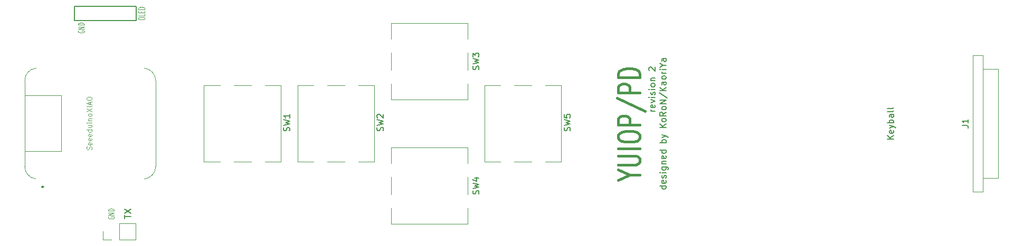
<source format=gbr>
%TF.GenerationSoftware,KiCad,Pcbnew,(6.0.1)*%
%TF.CreationDate,2023-01-24T13:05:26+09:00*%
%TF.ProjectId,yuiopPD_r2,7975696f-7050-4445-9f72-322e6b696361,2*%
%TF.SameCoordinates,Original*%
%TF.FileFunction,Legend,Top*%
%TF.FilePolarity,Positive*%
%FSLAX46Y46*%
G04 Gerber Fmt 4.6, Leading zero omitted, Abs format (unit mm)*
G04 Created by KiCad (PCBNEW (6.0.1)) date 2023-01-24 13:05:26*
%MOMM*%
%LPD*%
G01*
G04 APERTURE LIST*
%ADD10C,0.150000*%
%ADD11C,0.400000*%
%ADD12C,0.100000*%
%ADD13C,0.120000*%
%ADD14C,0.254000*%
G04 APERTURE END LIST*
D10*
X172952380Y-110023809D02*
X171952380Y-110023809D01*
X172904761Y-110023809D02*
X172952380Y-110119047D01*
X172952380Y-110309523D01*
X172904761Y-110404761D01*
X172857142Y-110452380D01*
X172761904Y-110500000D01*
X172476190Y-110500000D01*
X172380952Y-110452380D01*
X172333333Y-110404761D01*
X172285714Y-110309523D01*
X172285714Y-110119047D01*
X172333333Y-110023809D01*
X172904761Y-109166666D02*
X172952380Y-109261904D01*
X172952380Y-109452380D01*
X172904761Y-109547619D01*
X172809523Y-109595238D01*
X172428571Y-109595238D01*
X172333333Y-109547619D01*
X172285714Y-109452380D01*
X172285714Y-109261904D01*
X172333333Y-109166666D01*
X172428571Y-109119047D01*
X172523809Y-109119047D01*
X172619047Y-109595238D01*
X172904761Y-108738095D02*
X172952380Y-108642857D01*
X172952380Y-108452380D01*
X172904761Y-108357142D01*
X172809523Y-108309523D01*
X172761904Y-108309523D01*
X172666666Y-108357142D01*
X172619047Y-108452380D01*
X172619047Y-108595238D01*
X172571428Y-108690476D01*
X172476190Y-108738095D01*
X172428571Y-108738095D01*
X172333333Y-108690476D01*
X172285714Y-108595238D01*
X172285714Y-108452380D01*
X172333333Y-108357142D01*
X172952380Y-107880952D02*
X172285714Y-107880952D01*
X171952380Y-107880952D02*
X172000000Y-107928571D01*
X172047619Y-107880952D01*
X172000000Y-107833333D01*
X171952380Y-107880952D01*
X172047619Y-107880952D01*
X172285714Y-106976190D02*
X173095238Y-106976190D01*
X173190476Y-107023809D01*
X173238095Y-107071428D01*
X173285714Y-107166666D01*
X173285714Y-107309523D01*
X173238095Y-107404761D01*
X172904761Y-106976190D02*
X172952380Y-107071428D01*
X172952380Y-107261904D01*
X172904761Y-107357142D01*
X172857142Y-107404761D01*
X172761904Y-107452380D01*
X172476190Y-107452380D01*
X172380952Y-107404761D01*
X172333333Y-107357142D01*
X172285714Y-107261904D01*
X172285714Y-107071428D01*
X172333333Y-106976190D01*
X172285714Y-106500000D02*
X172952380Y-106500000D01*
X172380952Y-106500000D02*
X172333333Y-106452380D01*
X172285714Y-106357142D01*
X172285714Y-106214285D01*
X172333333Y-106119047D01*
X172428571Y-106071428D01*
X172952380Y-106071428D01*
X172904761Y-105214285D02*
X172952380Y-105309523D01*
X172952380Y-105500000D01*
X172904761Y-105595238D01*
X172809523Y-105642857D01*
X172428571Y-105642857D01*
X172333333Y-105595238D01*
X172285714Y-105500000D01*
X172285714Y-105309523D01*
X172333333Y-105214285D01*
X172428571Y-105166666D01*
X172523809Y-105166666D01*
X172619047Y-105642857D01*
X172952380Y-104309523D02*
X171952380Y-104309523D01*
X172904761Y-104309523D02*
X172952380Y-104404761D01*
X172952380Y-104595238D01*
X172904761Y-104690476D01*
X172857142Y-104738095D01*
X172761904Y-104785714D01*
X172476190Y-104785714D01*
X172380952Y-104738095D01*
X172333333Y-104690476D01*
X172285714Y-104595238D01*
X172285714Y-104404761D01*
X172333333Y-104309523D01*
X172952380Y-103071428D02*
X171952380Y-103071428D01*
X172333333Y-103071428D02*
X172285714Y-102976190D01*
X172285714Y-102785714D01*
X172333333Y-102690476D01*
X172380952Y-102642857D01*
X172476190Y-102595238D01*
X172761904Y-102595238D01*
X172857142Y-102642857D01*
X172904761Y-102690476D01*
X172952380Y-102785714D01*
X172952380Y-102976190D01*
X172904761Y-103071428D01*
X172285714Y-102261904D02*
X172952380Y-102023809D01*
X172285714Y-101785714D02*
X172952380Y-102023809D01*
X173190476Y-102119047D01*
X173238095Y-102166666D01*
X173285714Y-102261904D01*
X172952380Y-100642857D02*
X171952380Y-100642857D01*
X172952380Y-100071428D02*
X172380952Y-100500000D01*
X171952380Y-100071428D02*
X172523809Y-100642857D01*
X172952380Y-99500000D02*
X172904761Y-99595238D01*
X172857142Y-99642857D01*
X172761904Y-99690476D01*
X172476190Y-99690476D01*
X172380952Y-99642857D01*
X172333333Y-99595238D01*
X172285714Y-99500000D01*
X172285714Y-99357142D01*
X172333333Y-99261904D01*
X172380952Y-99214285D01*
X172476190Y-99166666D01*
X172761904Y-99166666D01*
X172857142Y-99214285D01*
X172904761Y-99261904D01*
X172952380Y-99357142D01*
X172952380Y-99500000D01*
X172952380Y-98166666D02*
X172476190Y-98500000D01*
X172952380Y-98738095D02*
X171952380Y-98738095D01*
X171952380Y-98357142D01*
X172000000Y-98261904D01*
X172047619Y-98214285D01*
X172142857Y-98166666D01*
X172285714Y-98166666D01*
X172380952Y-98214285D01*
X172428571Y-98261904D01*
X172476190Y-98357142D01*
X172476190Y-98738095D01*
X172952380Y-97595238D02*
X172904761Y-97690476D01*
X172857142Y-97738095D01*
X172761904Y-97785714D01*
X172476190Y-97785714D01*
X172380952Y-97738095D01*
X172333333Y-97690476D01*
X172285714Y-97595238D01*
X172285714Y-97452380D01*
X172333333Y-97357142D01*
X172380952Y-97309523D01*
X172476190Y-97261904D01*
X172761904Y-97261904D01*
X172857142Y-97309523D01*
X172904761Y-97357142D01*
X172952380Y-97452380D01*
X172952380Y-97595238D01*
X172952380Y-96833333D02*
X171952380Y-96833333D01*
X172952380Y-96261904D01*
X171952380Y-96261904D01*
X171904761Y-95071428D02*
X173190476Y-95928571D01*
X172952380Y-94738095D02*
X171952380Y-94738095D01*
X172952380Y-94166666D02*
X172380952Y-94595238D01*
X171952380Y-94166666D02*
X172523809Y-94738095D01*
X172952380Y-93309523D02*
X172428571Y-93309523D01*
X172333333Y-93357142D01*
X172285714Y-93452380D01*
X172285714Y-93642857D01*
X172333333Y-93738095D01*
X172904761Y-93309523D02*
X172952380Y-93404761D01*
X172952380Y-93642857D01*
X172904761Y-93738095D01*
X172809523Y-93785714D01*
X172714285Y-93785714D01*
X172619047Y-93738095D01*
X172571428Y-93642857D01*
X172571428Y-93404761D01*
X172523809Y-93309523D01*
X172952380Y-92690476D02*
X172904761Y-92785714D01*
X172857142Y-92833333D01*
X172761904Y-92880952D01*
X172476190Y-92880952D01*
X172380952Y-92833333D01*
X172333333Y-92785714D01*
X172285714Y-92690476D01*
X172285714Y-92547619D01*
X172333333Y-92452380D01*
X172380952Y-92404761D01*
X172476190Y-92357142D01*
X172761904Y-92357142D01*
X172857142Y-92404761D01*
X172904761Y-92452380D01*
X172952380Y-92547619D01*
X172952380Y-92690476D01*
X172952380Y-91928571D02*
X172285714Y-91928571D01*
X172476190Y-91928571D02*
X172380952Y-91880952D01*
X172333333Y-91833333D01*
X172285714Y-91738095D01*
X172285714Y-91642857D01*
X172952380Y-91309523D02*
X172285714Y-91309523D01*
X171952380Y-91309523D02*
X172000000Y-91357142D01*
X172047619Y-91309523D01*
X172000000Y-91261904D01*
X171952380Y-91309523D01*
X172047619Y-91309523D01*
X172476190Y-90642857D02*
X172952380Y-90642857D01*
X171952380Y-90976190D02*
X172476190Y-90642857D01*
X171952380Y-90309523D01*
X172952380Y-89547619D02*
X172428571Y-89547619D01*
X172333333Y-89595238D01*
X172285714Y-89690476D01*
X172285714Y-89880952D01*
X172333333Y-89976190D01*
X172904761Y-89547619D02*
X172952380Y-89642857D01*
X172952380Y-89880952D01*
X172904761Y-89976190D01*
X172809523Y-90023809D01*
X172714285Y-90023809D01*
X172619047Y-89976190D01*
X172571428Y-89880952D01*
X172571428Y-89642857D01*
X172523809Y-89547619D01*
D11*
X167116666Y-108273809D02*
X168783333Y-108273809D01*
X165283333Y-109107142D02*
X167116666Y-108273809D01*
X165283333Y-107440476D01*
X165283333Y-106607142D02*
X168116666Y-106607142D01*
X168450000Y-106488095D01*
X168616666Y-106369047D01*
X168783333Y-106130952D01*
X168783333Y-105654761D01*
X168616666Y-105416666D01*
X168450000Y-105297619D01*
X168116666Y-105178571D01*
X165283333Y-105178571D01*
X168783333Y-103988095D02*
X165283333Y-103988095D01*
X165283333Y-102321428D02*
X165283333Y-101845238D01*
X165450000Y-101607142D01*
X165783333Y-101369047D01*
X166450000Y-101250000D01*
X167616666Y-101250000D01*
X168283333Y-101369047D01*
X168616666Y-101607142D01*
X168783333Y-101845238D01*
X168783333Y-102321428D01*
X168616666Y-102559523D01*
X168283333Y-102797619D01*
X167616666Y-102916666D01*
X166450000Y-102916666D01*
X165783333Y-102797619D01*
X165450000Y-102559523D01*
X165283333Y-102321428D01*
X168783333Y-100178571D02*
X165283333Y-100178571D01*
X165283333Y-99226190D01*
X165450000Y-98988095D01*
X165616666Y-98869047D01*
X165950000Y-98750000D01*
X166450000Y-98750000D01*
X166783333Y-98869047D01*
X166950000Y-98988095D01*
X167116666Y-99226190D01*
X167116666Y-100178571D01*
X165116666Y-95892857D02*
X169616666Y-98035714D01*
X168783333Y-95059523D02*
X165283333Y-95059523D01*
X165283333Y-94107142D01*
X165450000Y-93869047D01*
X165616666Y-93750000D01*
X165950000Y-93630952D01*
X166450000Y-93630952D01*
X166783333Y-93750000D01*
X166950000Y-93869047D01*
X167116666Y-94107142D01*
X167116666Y-95059523D01*
X168783333Y-92559523D02*
X165283333Y-92559523D01*
X165283333Y-91964285D01*
X165450000Y-91607142D01*
X165783333Y-91369047D01*
X166116666Y-91250000D01*
X166783333Y-91130952D01*
X167283333Y-91130952D01*
X167950000Y-91250000D01*
X168283333Y-91369047D01*
X168616666Y-91607142D01*
X168783333Y-91964285D01*
X168783333Y-92559523D01*
D12*
X78700000Y-85057142D02*
X78652380Y-85114285D01*
X78652380Y-85200000D01*
X78700000Y-85285714D01*
X78795238Y-85342857D01*
X78890476Y-85371428D01*
X79080952Y-85400000D01*
X79223809Y-85400000D01*
X79414285Y-85371428D01*
X79509523Y-85342857D01*
X79604761Y-85285714D01*
X79652380Y-85200000D01*
X79652380Y-85142857D01*
X79604761Y-85057142D01*
X79557142Y-85028571D01*
X79223809Y-85028571D01*
X79223809Y-85142857D01*
X79652380Y-84771428D02*
X78652380Y-84771428D01*
X79652380Y-84428571D01*
X78652380Y-84428571D01*
X79652380Y-84142857D02*
X78652380Y-84142857D01*
X78652380Y-84000000D01*
X78700000Y-83914285D01*
X78795238Y-83857142D01*
X78890476Y-83828571D01*
X79080952Y-83800000D01*
X79223809Y-83800000D01*
X79414285Y-83828571D01*
X79509523Y-83857142D01*
X79604761Y-83914285D01*
X79652380Y-84000000D01*
X79652380Y-84142857D01*
D10*
X171202380Y-98023809D02*
X170535714Y-98023809D01*
X170726190Y-98023809D02*
X170630952Y-97976190D01*
X170583333Y-97928571D01*
X170535714Y-97833333D01*
X170535714Y-97738095D01*
X171154761Y-97023809D02*
X171202380Y-97119047D01*
X171202380Y-97309523D01*
X171154761Y-97404761D01*
X171059523Y-97452380D01*
X170678571Y-97452380D01*
X170583333Y-97404761D01*
X170535714Y-97309523D01*
X170535714Y-97119047D01*
X170583333Y-97023809D01*
X170678571Y-96976190D01*
X170773809Y-96976190D01*
X170869047Y-97452380D01*
X170535714Y-96642857D02*
X171202380Y-96404761D01*
X170535714Y-96166666D01*
X171202380Y-95785714D02*
X170535714Y-95785714D01*
X170202380Y-95785714D02*
X170250000Y-95833333D01*
X170297619Y-95785714D01*
X170250000Y-95738095D01*
X170202380Y-95785714D01*
X170297619Y-95785714D01*
X171154761Y-95357142D02*
X171202380Y-95261904D01*
X171202380Y-95071428D01*
X171154761Y-94976190D01*
X171059523Y-94928571D01*
X171011904Y-94928571D01*
X170916666Y-94976190D01*
X170869047Y-95071428D01*
X170869047Y-95214285D01*
X170821428Y-95309523D01*
X170726190Y-95357142D01*
X170678571Y-95357142D01*
X170583333Y-95309523D01*
X170535714Y-95214285D01*
X170535714Y-95071428D01*
X170583333Y-94976190D01*
X171202380Y-94500000D02*
X170535714Y-94500000D01*
X170202380Y-94500000D02*
X170250000Y-94547619D01*
X170297619Y-94500000D01*
X170250000Y-94452380D01*
X170202380Y-94500000D01*
X170297619Y-94500000D01*
X171202380Y-93880952D02*
X171154761Y-93976190D01*
X171107142Y-94023809D01*
X171011904Y-94071428D01*
X170726190Y-94071428D01*
X170630952Y-94023809D01*
X170583333Y-93976190D01*
X170535714Y-93880952D01*
X170535714Y-93738095D01*
X170583333Y-93642857D01*
X170630952Y-93595238D01*
X170726190Y-93547619D01*
X171011904Y-93547619D01*
X171107142Y-93595238D01*
X171154761Y-93642857D01*
X171202380Y-93738095D01*
X171202380Y-93880952D01*
X170535714Y-93119047D02*
X171202380Y-93119047D01*
X170630952Y-93119047D02*
X170583333Y-93071428D01*
X170535714Y-92976190D01*
X170535714Y-92833333D01*
X170583333Y-92738095D01*
X170678571Y-92690476D01*
X171202380Y-92690476D01*
X170297619Y-91500000D02*
X170250000Y-91452380D01*
X170202380Y-91357142D01*
X170202380Y-91119047D01*
X170250000Y-91023809D01*
X170297619Y-90976190D01*
X170392857Y-90928571D01*
X170488095Y-90928571D01*
X170630952Y-90976190D01*
X171202380Y-91547619D01*
X171202380Y-90928571D01*
D12*
X83500000Y-114957142D02*
X83452380Y-115014285D01*
X83452380Y-115100000D01*
X83500000Y-115185714D01*
X83595238Y-115242857D01*
X83690476Y-115271428D01*
X83880952Y-115300000D01*
X84023809Y-115300000D01*
X84214285Y-115271428D01*
X84309523Y-115242857D01*
X84404761Y-115185714D01*
X84452380Y-115100000D01*
X84452380Y-115042857D01*
X84404761Y-114957142D01*
X84357142Y-114928571D01*
X84023809Y-114928571D01*
X84023809Y-115042857D01*
X84452380Y-114671428D02*
X83452380Y-114671428D01*
X84452380Y-114328571D01*
X83452380Y-114328571D01*
X84452380Y-114042857D02*
X83452380Y-114042857D01*
X83452380Y-113900000D01*
X83500000Y-113814285D01*
X83595238Y-113757142D01*
X83690476Y-113728571D01*
X83880952Y-113700000D01*
X84023809Y-113700000D01*
X84214285Y-113728571D01*
X84309523Y-113757142D01*
X84404761Y-113814285D01*
X84452380Y-113900000D01*
X84452380Y-114042857D01*
D10*
X86152380Y-115261904D02*
X86152380Y-114690476D01*
X87152380Y-114976190D02*
X86152380Y-114976190D01*
X86152380Y-114452380D02*
X87152380Y-113785714D01*
X86152380Y-113785714D02*
X87152380Y-114452380D01*
%TO.C,SW5*%
X157564761Y-101163333D02*
X157612380Y-101020476D01*
X157612380Y-100782380D01*
X157564761Y-100687142D01*
X157517142Y-100639523D01*
X157421904Y-100591904D01*
X157326666Y-100591904D01*
X157231428Y-100639523D01*
X157183809Y-100687142D01*
X157136190Y-100782380D01*
X157088571Y-100972857D01*
X157040952Y-101068095D01*
X156993333Y-101115714D01*
X156898095Y-101163333D01*
X156802857Y-101163333D01*
X156707619Y-101115714D01*
X156660000Y-101068095D01*
X156612380Y-100972857D01*
X156612380Y-100734761D01*
X156660000Y-100591904D01*
X156612380Y-100258571D02*
X157612380Y-100020476D01*
X156898095Y-99830000D01*
X157612380Y-99639523D01*
X156612380Y-99401428D01*
X156612380Y-98544285D02*
X156612380Y-99020476D01*
X157088571Y-99068095D01*
X157040952Y-99020476D01*
X156993333Y-98925238D01*
X156993333Y-98687142D01*
X157040952Y-98591904D01*
X157088571Y-98544285D01*
X157183809Y-98496666D01*
X157421904Y-98496666D01*
X157517142Y-98544285D01*
X157564761Y-98591904D01*
X157612380Y-98687142D01*
X157612380Y-98925238D01*
X157564761Y-99020476D01*
X157517142Y-99068095D01*
%TO.C,SW3*%
X142904761Y-91333333D02*
X142952380Y-91190476D01*
X142952380Y-90952380D01*
X142904761Y-90857142D01*
X142857142Y-90809523D01*
X142761904Y-90761904D01*
X142666666Y-90761904D01*
X142571428Y-90809523D01*
X142523809Y-90857142D01*
X142476190Y-90952380D01*
X142428571Y-91142857D01*
X142380952Y-91238095D01*
X142333333Y-91285714D01*
X142238095Y-91333333D01*
X142142857Y-91333333D01*
X142047619Y-91285714D01*
X142000000Y-91238095D01*
X141952380Y-91142857D01*
X141952380Y-90904761D01*
X142000000Y-90761904D01*
X141952380Y-90428571D02*
X142952380Y-90190476D01*
X142238095Y-90000000D01*
X142952380Y-89809523D01*
X141952380Y-89571428D01*
X141952380Y-89285714D02*
X141952380Y-88666666D01*
X142333333Y-89000000D01*
X142333333Y-88857142D01*
X142380952Y-88761904D01*
X142428571Y-88714285D01*
X142523809Y-88666666D01*
X142761904Y-88666666D01*
X142857142Y-88714285D01*
X142904761Y-88761904D01*
X142952380Y-88857142D01*
X142952380Y-89142857D01*
X142904761Y-89238095D01*
X142857142Y-89285714D01*
D12*
%TO.C,J4*%
X88352380Y-83171428D02*
X88352380Y-83057142D01*
X88400000Y-83000000D01*
X88495238Y-82942857D01*
X88685714Y-82914285D01*
X89019047Y-82914285D01*
X89209523Y-82942857D01*
X89304761Y-83000000D01*
X89352380Y-83057142D01*
X89352380Y-83171428D01*
X89304761Y-83228571D01*
X89209523Y-83285714D01*
X89019047Y-83314285D01*
X88685714Y-83314285D01*
X88495238Y-83285714D01*
X88400000Y-83228571D01*
X88352380Y-83171428D01*
X89352380Y-82371428D02*
X89352380Y-82657142D01*
X88352380Y-82657142D01*
X88828571Y-82171428D02*
X88828571Y-81971428D01*
X89352380Y-81885714D02*
X89352380Y-82171428D01*
X88352380Y-82171428D01*
X88352380Y-81885714D01*
X89352380Y-81628571D02*
X88352380Y-81628571D01*
X88352380Y-81485714D01*
X88400000Y-81400000D01*
X88495238Y-81342857D01*
X88590476Y-81314285D01*
X88780952Y-81285714D01*
X88923809Y-81285714D01*
X89114285Y-81314285D01*
X89209523Y-81342857D01*
X89304761Y-81400000D01*
X89352380Y-81485714D01*
X89352380Y-81628571D01*
D10*
%TO.C,SW4*%
X142904761Y-111333333D02*
X142952380Y-111190476D01*
X142952380Y-110952380D01*
X142904761Y-110857142D01*
X142857142Y-110809523D01*
X142761904Y-110761904D01*
X142666666Y-110761904D01*
X142571428Y-110809523D01*
X142523809Y-110857142D01*
X142476190Y-110952380D01*
X142428571Y-111142857D01*
X142380952Y-111238095D01*
X142333333Y-111285714D01*
X142238095Y-111333333D01*
X142142857Y-111333333D01*
X142047619Y-111285714D01*
X142000000Y-111238095D01*
X141952380Y-111142857D01*
X141952380Y-110904761D01*
X142000000Y-110761904D01*
X141952380Y-110428571D02*
X142952380Y-110190476D01*
X142238095Y-110000000D01*
X142952380Y-109809523D01*
X141952380Y-109571428D01*
X142285714Y-108761904D02*
X142952380Y-108761904D01*
X141904761Y-109000000D02*
X142619047Y-109238095D01*
X142619047Y-108619047D01*
D13*
%TO.C,U1*%
X80805499Y-104179681D02*
X80843594Y-104065395D01*
X80843594Y-103874919D01*
X80805499Y-103798729D01*
X80767404Y-103760633D01*
X80691213Y-103722538D01*
X80615023Y-103722538D01*
X80538832Y-103760633D01*
X80500737Y-103798729D01*
X80462642Y-103874919D01*
X80424547Y-104027300D01*
X80386451Y-104103490D01*
X80348356Y-104141586D01*
X80272166Y-104179681D01*
X80195975Y-104179681D01*
X80119785Y-104141586D01*
X80081690Y-104103490D01*
X80043594Y-104027300D01*
X80043594Y-103836824D01*
X80081690Y-103722538D01*
X80805499Y-103074919D02*
X80843594Y-103151110D01*
X80843594Y-103303490D01*
X80805499Y-103379681D01*
X80729309Y-103417776D01*
X80424547Y-103417776D01*
X80348356Y-103379681D01*
X80310261Y-103303490D01*
X80310261Y-103151110D01*
X80348356Y-103074919D01*
X80424547Y-103036824D01*
X80500737Y-103036824D01*
X80576928Y-103417776D01*
X80805499Y-102389205D02*
X80843594Y-102465395D01*
X80843594Y-102617776D01*
X80805499Y-102693967D01*
X80729309Y-102732062D01*
X80424547Y-102732062D01*
X80348356Y-102693967D01*
X80310261Y-102617776D01*
X80310261Y-102465395D01*
X80348356Y-102389205D01*
X80424547Y-102351110D01*
X80500737Y-102351110D01*
X80576928Y-102732062D01*
X80805499Y-101703490D02*
X80843594Y-101779681D01*
X80843594Y-101932062D01*
X80805499Y-102008252D01*
X80729309Y-102046348D01*
X80424547Y-102046348D01*
X80348356Y-102008252D01*
X80310261Y-101932062D01*
X80310261Y-101779681D01*
X80348356Y-101703490D01*
X80424547Y-101665395D01*
X80500737Y-101665395D01*
X80576928Y-102046348D01*
X80843594Y-100979681D02*
X80043594Y-100979681D01*
X80805499Y-100979681D02*
X80843594Y-101055871D01*
X80843594Y-101208252D01*
X80805499Y-101284443D01*
X80767404Y-101322538D01*
X80691213Y-101360633D01*
X80462642Y-101360633D01*
X80386451Y-101322538D01*
X80348356Y-101284443D01*
X80310261Y-101208252D01*
X80310261Y-101055871D01*
X80348356Y-100979681D01*
X80310261Y-100255871D02*
X80843594Y-100255871D01*
X80310261Y-100598729D02*
X80729309Y-100598729D01*
X80805499Y-100560633D01*
X80843594Y-100484443D01*
X80843594Y-100370157D01*
X80805499Y-100293967D01*
X80767404Y-100255871D01*
X80843594Y-99874919D02*
X80310261Y-99874919D01*
X80043594Y-99874919D02*
X80081690Y-99913014D01*
X80119785Y-99874919D01*
X80081690Y-99836824D01*
X80043594Y-99874919D01*
X80119785Y-99874919D01*
X80310261Y-99493967D02*
X80843594Y-99493967D01*
X80386451Y-99493967D02*
X80348356Y-99455871D01*
X80310261Y-99379681D01*
X80310261Y-99265395D01*
X80348356Y-99189205D01*
X80424547Y-99151110D01*
X80843594Y-99151110D01*
X80843594Y-98655871D02*
X80805499Y-98732062D01*
X80767404Y-98770157D01*
X80691213Y-98808252D01*
X80462642Y-98808252D01*
X80386451Y-98770157D01*
X80348356Y-98732062D01*
X80310261Y-98655871D01*
X80310261Y-98541586D01*
X80348356Y-98465395D01*
X80386451Y-98427300D01*
X80462642Y-98389205D01*
X80691213Y-98389205D01*
X80767404Y-98427300D01*
X80805499Y-98465395D01*
X80843594Y-98541586D01*
X80843594Y-98655871D01*
X80043594Y-98122538D02*
X80843594Y-97589205D01*
X80043594Y-97589205D02*
X80843594Y-98122538D01*
X80843594Y-97284443D02*
X80043594Y-97284443D01*
X80615023Y-96941586D02*
X80615023Y-96560633D01*
X80843594Y-97017776D02*
X80043594Y-96751110D01*
X80843594Y-96484443D01*
X80043594Y-96065395D02*
X80043594Y-95913014D01*
X80081690Y-95836824D01*
X80157880Y-95760633D01*
X80310261Y-95722538D01*
X80576928Y-95722538D01*
X80729309Y-95760633D01*
X80805499Y-95836824D01*
X80843594Y-95913014D01*
X80843594Y-96065395D01*
X80805499Y-96141586D01*
X80729309Y-96217776D01*
X80576928Y-96255871D01*
X80310261Y-96255871D01*
X80157880Y-96217776D01*
X80081690Y-96141586D01*
X80043594Y-96065395D01*
D10*
%TO.C,SW2*%
X127564761Y-101163333D02*
X127612380Y-101020476D01*
X127612380Y-100782380D01*
X127564761Y-100687142D01*
X127517142Y-100639523D01*
X127421904Y-100591904D01*
X127326666Y-100591904D01*
X127231428Y-100639523D01*
X127183809Y-100687142D01*
X127136190Y-100782380D01*
X127088571Y-100972857D01*
X127040952Y-101068095D01*
X126993333Y-101115714D01*
X126898095Y-101163333D01*
X126802857Y-101163333D01*
X126707619Y-101115714D01*
X126660000Y-101068095D01*
X126612380Y-100972857D01*
X126612380Y-100734761D01*
X126660000Y-100591904D01*
X126612380Y-100258571D02*
X127612380Y-100020476D01*
X126898095Y-99830000D01*
X127612380Y-99639523D01*
X126612380Y-99401428D01*
X126707619Y-99068095D02*
X126660000Y-99020476D01*
X126612380Y-98925238D01*
X126612380Y-98687142D01*
X126660000Y-98591904D01*
X126707619Y-98544285D01*
X126802857Y-98496666D01*
X126898095Y-98496666D01*
X127040952Y-98544285D01*
X127612380Y-99115714D01*
X127612380Y-98496666D01*
%TO.C,SW1*%
X112564761Y-101163333D02*
X112612380Y-101020476D01*
X112612380Y-100782380D01*
X112564761Y-100687142D01*
X112517142Y-100639523D01*
X112421904Y-100591904D01*
X112326666Y-100591904D01*
X112231428Y-100639523D01*
X112183809Y-100687142D01*
X112136190Y-100782380D01*
X112088571Y-100972857D01*
X112040952Y-101068095D01*
X111993333Y-101115714D01*
X111898095Y-101163333D01*
X111802857Y-101163333D01*
X111707619Y-101115714D01*
X111660000Y-101068095D01*
X111612380Y-100972857D01*
X111612380Y-100734761D01*
X111660000Y-100591904D01*
X111612380Y-100258571D02*
X112612380Y-100020476D01*
X111898095Y-99830000D01*
X112612380Y-99639523D01*
X111612380Y-99401428D01*
X112612380Y-98496666D02*
X112612380Y-99068095D01*
X112612380Y-98782380D02*
X111612380Y-98782380D01*
X111755238Y-98877619D01*
X111850476Y-98972857D01*
X111898095Y-99068095D01*
%TO.C,J1*%
X220452380Y-100333333D02*
X221166666Y-100333333D01*
X221309523Y-100380952D01*
X221404761Y-100476190D01*
X221452380Y-100619047D01*
X221452380Y-100714285D01*
X221452380Y-99333333D02*
X221452380Y-99904761D01*
X221452380Y-99619047D02*
X220452380Y-99619047D01*
X220595238Y-99714285D01*
X220690476Y-99809523D01*
X220738095Y-99904761D01*
X209452380Y-102500000D02*
X208452380Y-102500000D01*
X209452380Y-101928571D02*
X208880952Y-102357142D01*
X208452380Y-101928571D02*
X209023809Y-102500000D01*
X209404761Y-101119047D02*
X209452380Y-101214285D01*
X209452380Y-101404761D01*
X209404761Y-101500000D01*
X209309523Y-101547619D01*
X208928571Y-101547619D01*
X208833333Y-101500000D01*
X208785714Y-101404761D01*
X208785714Y-101214285D01*
X208833333Y-101119047D01*
X208928571Y-101071428D01*
X209023809Y-101071428D01*
X209119047Y-101547619D01*
X208785714Y-100738095D02*
X209452380Y-100500000D01*
X208785714Y-100261904D02*
X209452380Y-100500000D01*
X209690476Y-100595238D01*
X209738095Y-100642857D01*
X209785714Y-100738095D01*
X209452380Y-99880952D02*
X208452380Y-99880952D01*
X208833333Y-99880952D02*
X208785714Y-99785714D01*
X208785714Y-99595238D01*
X208833333Y-99500000D01*
X208880952Y-99452380D01*
X208976190Y-99404761D01*
X209261904Y-99404761D01*
X209357142Y-99452380D01*
X209404761Y-99500000D01*
X209452380Y-99595238D01*
X209452380Y-99785714D01*
X209404761Y-99880952D01*
X209452380Y-98547619D02*
X208928571Y-98547619D01*
X208833333Y-98595238D01*
X208785714Y-98690476D01*
X208785714Y-98880952D01*
X208833333Y-98976190D01*
X209404761Y-98547619D02*
X209452380Y-98642857D01*
X209452380Y-98880952D01*
X209404761Y-98976190D01*
X209309523Y-99023809D01*
X209214285Y-99023809D01*
X209119047Y-98976190D01*
X209071428Y-98880952D01*
X209071428Y-98642857D01*
X209023809Y-98547619D01*
X209452380Y-97928571D02*
X209404761Y-98023809D01*
X209309523Y-98071428D01*
X208452380Y-98071428D01*
X209452380Y-97404761D02*
X209404761Y-97500000D01*
X209309523Y-97547619D01*
X208452380Y-97547619D01*
D13*
%TO.C,SW5*%
X156150000Y-93850000D02*
X156150000Y-106150000D01*
X151400000Y-106150000D02*
X148600000Y-106150000D01*
X143850000Y-93850000D02*
X146400000Y-93850000D01*
X148600000Y-93850000D02*
X151400000Y-93850000D01*
X146400000Y-106150000D02*
X143850000Y-106150000D01*
X156150000Y-106150000D02*
X153600000Y-106150000D01*
X153600000Y-93850000D02*
X156150000Y-93850000D01*
X143850000Y-106150000D02*
X143850000Y-93850000D01*
%TO.C,J2*%
X85270000Y-118680000D02*
X87870000Y-118680000D01*
X87870000Y-118680000D02*
X87870000Y-116020000D01*
X85270000Y-116020000D02*
X87870000Y-116020000D01*
X82670000Y-118680000D02*
X82670000Y-117350000D01*
X84000000Y-118680000D02*
X82670000Y-118680000D01*
X85270000Y-118680000D02*
X85270000Y-116020000D01*
%TO.C,SW3*%
X128850000Y-91400000D02*
X128850000Y-88600000D01*
X128850000Y-96150000D02*
X128850000Y-93600000D01*
X128850000Y-83850000D02*
X141150000Y-83850000D01*
X141150000Y-83850000D02*
X141150000Y-86400000D01*
X128850000Y-86400000D02*
X128850000Y-83850000D01*
X141150000Y-93600000D02*
X141150000Y-96150000D01*
X141150000Y-88600000D02*
X141150000Y-91400000D01*
X141150000Y-96150000D02*
X128850000Y-96150000D01*
D10*
%TO.C,J4*%
X87950000Y-81150000D02*
X87950000Y-83450000D01*
X78050000Y-83450000D02*
X78050000Y-81150000D01*
X87950000Y-83450000D02*
X78050000Y-83450000D01*
X87950000Y-81150000D02*
X78050000Y-81150000D01*
D13*
%TO.C,SW4*%
X128850000Y-111400000D02*
X128850000Y-108600000D01*
X141150000Y-113600000D02*
X141150000Y-116150000D01*
X141150000Y-103850000D02*
X141150000Y-106400000D01*
X141150000Y-108600000D02*
X141150000Y-111400000D01*
X128850000Y-106400000D02*
X128850000Y-103850000D01*
X128850000Y-103850000D02*
X141150000Y-103850000D01*
X128850000Y-116150000D02*
X128850000Y-113600000D01*
X141150000Y-116150000D02*
X128850000Y-116150000D01*
%TO.C,U1*%
X75930180Y-95456580D02*
X75930180Y-104455800D01*
X70100000Y-93099999D02*
X70100000Y-106899999D01*
X70100000Y-95456580D02*
X75930180Y-95456580D01*
X75930180Y-104455800D02*
X70100000Y-104455800D01*
X91100000Y-106899999D02*
X91100000Y-93099999D01*
X70100000Y-106899999D02*
G75*
G03*
X71900000Y-108899999I2011114J3D01*
G01*
X71900000Y-91099999D02*
G75*
G03*
X70100000Y-93099999I211110J-1999999D01*
G01*
X91100000Y-93099999D02*
G75*
G03*
X89300000Y-91099999I-2011114J-3D01*
G01*
X89300000Y-108899999D02*
G75*
G03*
X91100000Y-106899999I-211110J1999999D01*
G01*
D14*
X73107000Y-110160000D02*
G75*
G03*
X73107000Y-110160000I-127000J0D01*
G01*
D13*
%TO.C,SW2*%
X116400000Y-106150000D02*
X113850000Y-106150000D01*
X113850000Y-93850000D02*
X116400000Y-93850000D01*
X118600000Y-93850000D02*
X121400000Y-93850000D01*
X126150000Y-106150000D02*
X123600000Y-106150000D01*
X121400000Y-106150000D02*
X118600000Y-106150000D01*
X113850000Y-106150000D02*
X113850000Y-93850000D01*
X123600000Y-93850000D02*
X126150000Y-93850000D01*
X126150000Y-93850000D02*
X126150000Y-106150000D01*
%TO.C,SW1*%
X111150000Y-106150000D02*
X108600000Y-106150000D01*
X98850000Y-106150000D02*
X98850000Y-93850000D01*
X101400000Y-106150000D02*
X98850000Y-106150000D01*
X108600000Y-93850000D02*
X111150000Y-93850000D01*
X111150000Y-93850000D02*
X111150000Y-106150000D01*
X103600000Y-93850000D02*
X106400000Y-93850000D01*
X106400000Y-106150000D02*
X103600000Y-106150000D01*
X98850000Y-93850000D02*
X101400000Y-93850000D01*
D12*
%TO.C,J1*%
X223750000Y-89000000D02*
X222150000Y-89000000D01*
X222150000Y-89000000D02*
X222150000Y-111000000D01*
X222150000Y-111000000D02*
X223750000Y-111000000D01*
X223750000Y-111000000D02*
X223750000Y-89000000D01*
X223750000Y-108750000D02*
X226250000Y-108750000D01*
X226250000Y-108750000D02*
X226250000Y-91250000D01*
X226250000Y-91250000D02*
X223750000Y-91250000D01*
X223750000Y-91250000D02*
X223750000Y-108750000D01*
%TD*%
M02*

</source>
